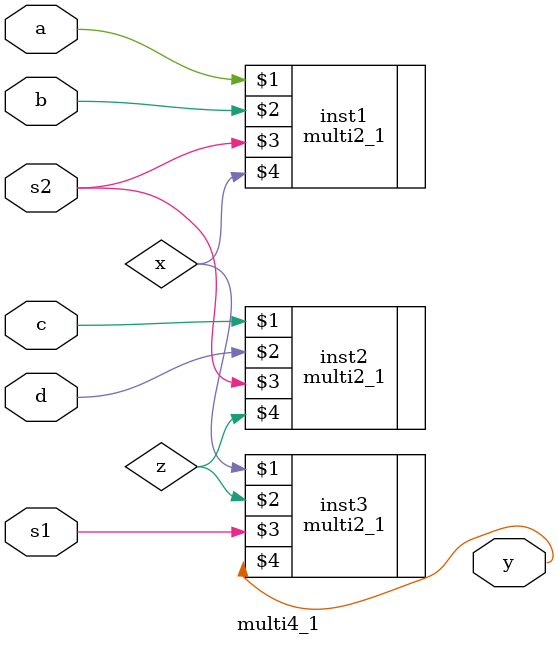
<source format=v>
`timescale 1ns / 1ps


module multi4_1(
input a,
input b,
input c,
input d,
input s1,
input s2,
output y
    );
wire x,z;
multi2_1 inst1(a,b,s2,x);
multi2_1 inst2(c,d,s2,z);
multi2_1 inst3(x,z,s1,y);
endmodule

</source>
